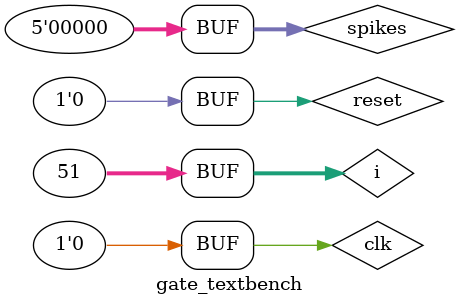
<source format=v>
module gate(clk, reset, spikes, gate_en);

parameter VECTOR_WIDTH = 5;							// Number of input neurons
parameter DURATION = 15;								// Duration of the high output after a spike

input clk, reset;											// 1-bit input wires
input [VECTOR_WIDTH-1:0] spikes;						// VECTOR_WIDTH-bits vector of spikes
output gate_en;											// 1-bit output wire

integer clock_counter = 0;								// Internal clock counter
wire trigger;												// Internal wire that is high when there's a spike

assign gate_en = (clock_counter > 0) ? 1:0;				// Specify output depending on clock counter
assign trigger = (|spikes)? 1:0;						// High if there is a spike


always@(posedge clk, posedge reset, posedge trigger) begin
	// Asynchronous reset
	if(reset) begin
		clock_counter <= 0;
	end
	
	// Update the duration
	else begin 			
		if(trigger) begin
			clock_counter <= DURATION;
		end
		else if(clk) begin
			clock_counter <= (clock_counter - 1 > 0)? clock_counter-1:0;
		end
		else begin
			clock_counter = clock_counter;
			end
	end
end 

endmodule

module gate_textbench();
	parameter VECTOR_WIDTH = 5;
	
	reg clk, reset;
	reg [VECTOR_WIDTH-1:0] spikes;
	
	wire gate_en;
	integer i;
	
	gate dut (.clk(clk),
				 .reset(reset),
				 .spikes(spikes),
				 .gate_en(gate_en));
				 
	initial begin
		// Initialize inputs
		reset = 1'b1;
		clk = 1'b0;
		spikes = 5'b00000;
		
		#20;
		reset = 1'b0;
		
		
		#10;
		spikes = 5'b01100;
		#20;
		spikes = 5'b00000;
		#20;
		spikes = 5'b00000;
		#20;
		spikes = 5'b00010;
		#20;
		spikes = 5'b00000;
		#20;
		spikes = 5'b00000;
		#20;
		spikes = 5'b10000;
		#20;
		spikes = 5'b00000;
	end

initial begin
			clk  = 1'b0;
			for(i = 0; i<=50; i = i+1) begin
				#10 clk = ~clk; 
			end
		end
endmodule

</source>
